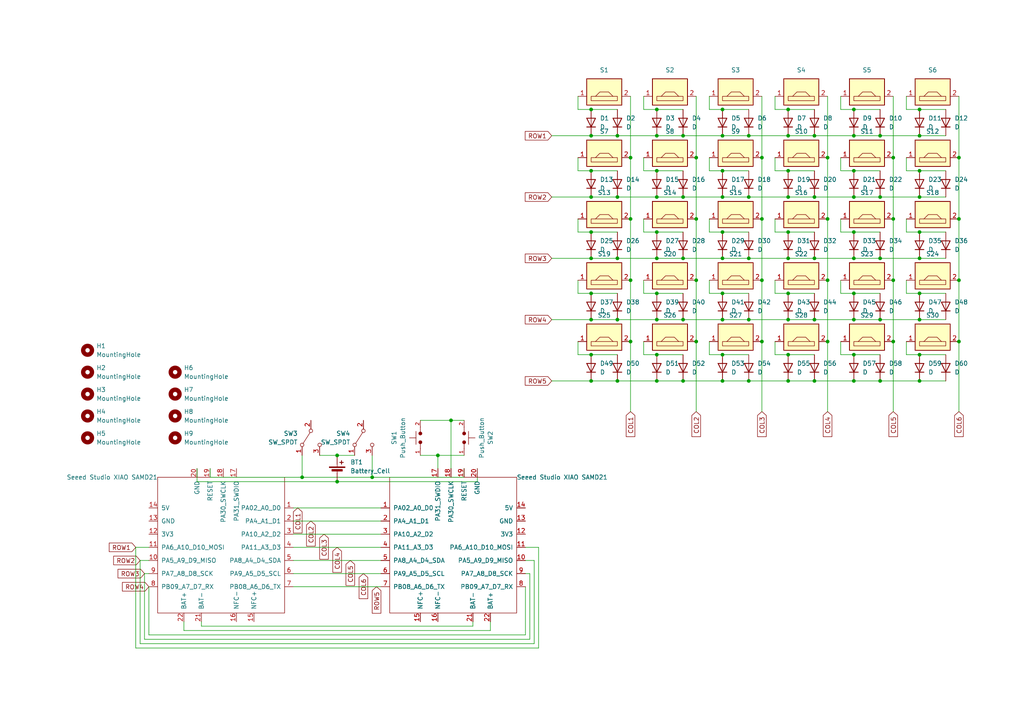
<source format=kicad_sch>
(kicad_sch (version 20230121) (generator eeschema)
  (paper "A4")
  (lib_symbols
    (symbol "Device:Battery_Cell" (pin_numbers hide) (pin_names (offset 0) hide)
      (property "Reference" "BT" (at 2.54 2.54 0))
      (property "Value" "Battery_Cell" (at 2.54 0 0))
      (symbol "Battery_Cell_1_1"
        (pin passive line (at 0 5.08 270) (length 2.54) (name "+") (number "1"))
        (pin passive line (at 0 -2.54 90) (length 2.54) (name "-") (number "2"))
      )
    )
    (symbol "Device:D" (pin_numbers hide) (pin_names (offset 1.016) hide)
      (property "Reference" "D" (at 0 2.54 0))
      (property "Value" "D" (at 0 -2.54 0))
      (symbol "D_1_1"
        (pin passive line (at -3.81 0 0) (length 2.54) (name "K") (number "1"))
        (pin passive line (at 3.81 0 180) (length 2.54) (name "A") (number "2"))
      )
    )
    (symbol "Library:Seeed Studio XIAO SAMD21" (pin_names (offset 1.016))
      (property "Reference" "U" (at -19.05 22.86 0))
      (property "Value" "Seeed Studio XIAO SAMD21" (at -12.7 21.59 0))
      (symbol "Seeed Studio XIAO SAMD21_1_1"
        (pin unspecified line (at -21.59 11.43 0) (length 2.54) (name "PA02_A0_D0") (number "1"))
        (pin unspecified line (at 20.32 -3.81 180) (length 2.54) (name "PA5_A9_D9_MISO") (number "10"))
        (pin unspecified line (at 20.32 0 180) (length 2.54) (name "PA6_A10_D10_MOSI") (number "11"))
        (pin unspecified line (at 20.32 3.81 180) (length 2.54) (name "3V3") (number "12"))
        (pin unspecified line (at 20.32 7.62 180) (length 2.54) (name "GND") (number "13"))
        (pin unspecified line (at 20.32 11.43 180) (length 2.54) (name "5V") (number "14"))
        (pin input line (at -10.16 -21.59 90) (length 2.54) (name "NFC+") (number "15"))
        (pin input line (at -5.08 -21.59 90) (length 2.54) (name "NFC-") (number "16"))
        (pin input line (at -5.08 22.86 270) (length 2.54) (name "PA31_SWDIO") (number "17"))
        (pin input line (at -1.27 22.86 270) (length 2.54) (name "PA30_SWCLK") (number "18"))
        (pin input line (at 2.54 22.86 270) (length 2.54) (name "RESET") (number "19"))
        (pin unspecified line (at -21.59 7.62 0) (length 2.54) (name "PA4_A1_D1") (number "2"))
        (pin input line (at 6.35 22.86 270) (length 2.54) (name "GND") (number "20"))
        (pin input line (at 5.08 -21.59 90) (length 2.54) (name "BAT-") (number "21"))
        (pin input line (at 10.16 -21.59 90) (length 2.54) (name "BAT+") (number "22"))
        (pin unspecified line (at -21.59 3.81 0) (length 2.54) (name "PA10_A2_D2") (number "3"))
        (pin unspecified line (at -21.59 0 0) (length 2.54) (name "PA11_A3_D3") (number "4"))
        (pin unspecified line (at -21.59 -3.81 0) (length 2.54) (name "PA8_A4_D4_SDA") (number "5"))
        (pin unspecified line (at -21.59 -7.62 0) (length 2.54) (name "PA9_A5_D5_SCL") (number "6"))
        (pin unspecified line (at -21.59 -11.43 0) (length 2.54) (name "PB08_A6_D6_TX") (number "7"))
        (pin unspecified line (at 20.32 -11.43 180) (length 2.54) (name "PB09_A7_D7_RX") (number "8"))
        (pin unspecified line (at 20.32 -7.62 180) (length 2.54) (name "PA7_A8_D8_SCK") (number "9"))
      )
    )
    (symbol "Mechanical:MountingHole" (pin_names (offset 1.016))
      (property "Reference" "H" (at 0 5.08 0))
      (property "Value" "MountingHole" (at 0 3.175 0))
    )
    (symbol "PCM_SL_Devices:Push_Button"
      (property "Reference" "SW" (at 0 6.35 0))
      (property "Value" "Push_Button" (at 0 4.445 0))
      (symbol "Push_Button_1_1"
        (pin passive line (at -5.08 0 0) (length 2) (name "") (number "1"))
        (pin passive line (at 5.08 0 180) (length 2) (name "") (number "2"))
      )
    )
    (symbol "Switch:SW_SPDT" (pin_names (offset 0) hide)
      (property "Reference" "SW" (at 0 4.318 0))
      (property "Value" "SW_SPDT" (at 0 -5.08 0))
      (symbol "SW_SPDT_1_1"
        (pin passive line (at 5.08 2.54 180) (length 2.54) (name "A") (number "1"))
        (pin passive line (at -5.08 0 0) (length 2.54) (name "B") (number "2"))
        (pin passive line (at 5.08 -2.54 180) (length 2.54) (name "C") (number "3"))
      )
    )
    (symbol "s-ol:PG1350" (pin_names (offset 0.254))
      (property "Reference" "S" (at -2.54 2.54 0))
      (symbol "PG1350_1_1"
        (pin passive line (at -7.62 0 0) (length 2.54) (name "~") (number "1"))
        (pin passive line (at 7.62 0 180) (length 2.54) (name "~") (number "2"))
      )
    )
  )
  (junction (at 266.7 110.49))
  (junction (at 217.17 39.37))
  (junction (at 171.45 57.15))
  (junction (at 190.5 57.15))
  (junction (at 179.07 92.71))
  (junction (at 266.7 85.09))
  (junction (at 278.13 45.72))
  (junction (at 247.65 67.31))
  (junction (at 255.27 110.49))
  (junction (at 240.03 63.5))
  (junction (at 209.55 85.09))
  (junction (at 255.27 57.15))
  (junction (at 255.27 39.37))
  (junction (at 220.98 45.72))
  (junction (at 201.93 81.28))
  (junction (at 266.7 92.71))
  (junction (at 228.6 85.09))
  (junction (at 182.88 99.06))
  (junction (at 171.45 92.71))
  (junction (at 217.17 92.71))
  (junction (at 182.88 81.28))
  (junction (at 201.93 63.5))
  (junction (at 107.95 138.43))
  (junction (at 179.07 57.15))
  (junction (at 209.55 67.31))
  (junction (at 247.65 92.71))
  (junction (at 130.81 121.92))
  (junction (at 228.6 57.15))
  (junction (at 171.45 49.53))
  (junction (at 266.7 39.37))
  (junction (at 228.6 31.75))
  (junction (at 247.65 39.37))
  (junction (at 198.12 74.93))
  (junction (at 259.08 99.06))
  (junction (at 228.6 74.93))
  (junction (at 190.5 110.49))
  (junction (at 278.13 81.28))
  (junction (at 247.65 31.75))
  (junction (at 240.03 99.06))
  (junction (at 179.07 74.93))
  (junction (at 247.65 57.15))
  (junction (at 171.45 31.75))
  (junction (at 190.5 39.37))
  (junction (at 198.12 57.15))
  (junction (at 217.17 74.93))
  (junction (at 259.08 45.72))
  (junction (at 198.12 92.71))
  (junction (at 171.45 102.87))
  (junction (at 266.7 57.15))
  (junction (at 247.65 85.09))
  (junction (at 236.22 39.37))
  (junction (at 190.5 74.93))
  (junction (at 266.7 74.93))
  (junction (at 171.45 85.09))
  (junction (at 182.88 63.5))
  (junction (at 190.5 85.09))
  (junction (at 97.79 132.08))
  (junction (at 228.6 67.31))
  (junction (at 220.98 63.5))
  (junction (at 228.6 39.37))
  (junction (at 209.55 57.15))
  (junction (at 190.5 102.87))
  (junction (at 259.08 81.28))
  (junction (at 209.55 74.93))
  (junction (at 266.7 49.53))
  (junction (at 255.27 92.71))
  (junction (at 179.07 39.37))
  (junction (at 236.22 74.93))
  (junction (at 228.6 102.87))
  (junction (at 220.98 99.06))
  (junction (at 190.5 67.31))
  (junction (at 209.55 49.53))
  (junction (at 278.13 99.06))
  (junction (at 209.55 92.71))
  (junction (at 171.45 110.49))
  (junction (at 201.93 99.06))
  (junction (at 247.65 102.87))
  (junction (at 217.17 57.15))
  (junction (at 266.7 67.31))
  (junction (at 209.55 31.75))
  (junction (at 171.45 74.93))
  (junction (at 247.65 49.53))
  (junction (at 247.65 110.49))
  (junction (at 259.08 63.5))
  (junction (at 240.03 45.72))
  (junction (at 236.22 57.15))
  (junction (at 236.22 110.49))
  (junction (at 87.63 138.43))
  (junction (at 190.5 31.75))
  (junction (at 278.13 63.5))
  (junction (at 127 132.08))
  (junction (at 236.22 92.71))
  (junction (at 171.45 39.37))
  (junction (at 190.5 49.53))
  (junction (at 228.6 49.53))
  (junction (at 240.03 81.28))
  (junction (at 182.88 45.72))
  (junction (at 171.45 67.31))
  (junction (at 255.27 74.93))
  (junction (at 266.7 102.87))
  (junction (at 198.12 110.49))
  (junction (at 228.6 92.71))
  (junction (at 220.98 81.28))
  (junction (at 179.07 110.49))
  (junction (at 209.55 39.37))
  (junction (at 198.12 39.37))
  (junction (at 201.93 45.72))
  (junction (at 97.79 139.7))
  (junction (at 247.65 74.93))
  (junction (at 228.6 110.49))
  (junction (at 209.55 102.87))
  (junction (at 190.5 92.71))
  (junction (at 266.7 31.75))
  (junction (at 217.17 110.49))
  (junction (at 209.55 110.49))
  (wire (pts (xy 243.84 85.09) (xy 247.65 85.09)))
  (wire (pts (xy 40.64 162.56) (xy 43.18 162.56)))
  (wire (pts (xy 186.69 27.94) (xy 186.69 31.75)))
  (wire (pts (xy 171.45 110.49) (xy 179.07 110.49)))
  (wire (pts (xy 87.63 132.08) (xy 87.63 138.43)))
  (wire (pts (xy 228.6 110.49) (xy 236.22 110.49)))
  (wire (pts (xy 167.64 81.28) (xy 167.64 85.09)))
  (wire (pts (xy 247.65 74.93) (xy 255.27 74.93)))
  (wire (pts (xy 236.22 57.15) (xy 247.65 57.15)))
  (wire (pts (xy 92.71 132.08) (xy 97.79 132.08)))
  (wire (pts (xy 182.88 81.28) (xy 182.88 99.06)))
  (wire (pts (xy 198.12 74.93) (xy 209.55 74.93)))
  (wire (pts (xy 167.64 27.94) (xy 167.64 31.75)))
  (wire (pts (xy 110.49 166.37) (xy 85.09 166.37)))
  (wire (pts (xy 262.89 49.53) (xy 266.7 49.53)))
  (wire (pts (xy 39.37 158.75) (xy 43.18 158.75)))
  (wire (pts (xy 228.6 67.31) (xy 236.22 67.31)))
  (wire (pts (xy 186.69 63.5) (xy 186.69 67.31)))
  (wire (pts (xy 198.12 39.37) (xy 209.55 39.37)))
  (wire (pts (xy 224.79 63.5) (xy 224.79 67.31)))
  (wire (pts (xy 228.6 74.93) (xy 236.22 74.93)))
  (wire (pts (xy 110.49 158.75) (xy 85.09 158.75)))
  (wire (pts (xy 228.6 31.75) (xy 236.22 31.75)))
  (wire (pts (xy 198.12 92.71) (xy 209.55 92.71)))
  (wire (pts (xy 240.03 81.28) (xy 240.03 99.06)))
  (wire (pts (xy 186.69 85.09) (xy 190.5 85.09)))
  (wire (pts (xy 247.65 67.31) (xy 255.27 67.31)))
  (wire (pts (xy 220.98 27.94) (xy 220.98 45.72)))
  (wire (pts (xy 156.21 158.75) (xy 156.21 187.96)))
  (wire (pts (xy 171.45 85.09) (xy 179.07 85.09)))
  (wire (pts (xy 110.49 154.94) (xy 85.09 154.94)))
  (wire (pts (xy 160.02 110.49) (xy 171.45 110.49)))
  (wire (pts (xy 266.7 57.15) (xy 274.32 57.15)))
  (wire (pts (xy 209.55 102.87) (xy 217.17 102.87)))
  (wire (pts (xy 240.03 45.72) (xy 240.03 63.5)))
  (wire (pts (xy 278.13 63.5) (xy 278.13 81.28)))
  (wire (pts (xy 266.7 31.75) (xy 274.32 31.75)))
  (wire (pts (xy 110.49 151.13) (xy 85.09 151.13)))
  (wire (pts (xy 220.98 81.28) (xy 220.98 99.06)))
  (wire (pts (xy 130.81 121.92) (xy 134.62 121.92)))
  (wire (pts (xy 247.65 92.71) (xy 255.27 92.71)))
  (wire (pts (xy 209.55 49.53) (xy 217.17 49.53)))
  (wire (pts (xy 171.45 49.53) (xy 179.07 49.53)))
  (wire (pts (xy 247.65 39.37) (xy 255.27 39.37)))
  (wire (pts (xy 205.74 45.72) (xy 205.74 49.53)))
  (wire (pts (xy 127 132.08) (xy 134.62 132.08)))
  (wire (pts (xy 243.84 63.5) (xy 243.84 67.31)))
  (wire (pts (xy 205.74 27.94) (xy 205.74 31.75)))
  (wire (pts (xy 205.74 102.87) (xy 209.55 102.87)))
  (wire (pts (xy 134.62 138.43) (xy 107.95 138.43)))
  (wire (pts (xy 266.7 110.49) (xy 274.32 110.49)))
  (wire (pts (xy 228.6 57.15) (xy 236.22 57.15)))
  (wire (pts (xy 262.89 27.94) (xy 262.89 31.75)))
  (wire (pts (xy 228.6 92.71) (xy 236.22 92.71)))
  (wire (pts (xy 190.5 39.37) (xy 198.12 39.37)))
  (wire (pts (xy 278.13 45.72) (xy 278.13 63.5)))
  (wire (pts (xy 198.12 57.15) (xy 209.55 57.15)))
  (wire (pts (xy 171.45 102.87) (xy 179.07 102.87)))
  (wire (pts (xy 130.81 121.92) (xy 130.81 135.89)))
  (wire (pts (xy 262.89 81.28) (xy 262.89 85.09)))
  (wire (pts (xy 190.5 31.75) (xy 198.12 31.75)))
  (wire (pts (xy 179.07 92.71) (xy 190.5 92.71)))
  (wire (pts (xy 201.93 119.38) (xy 201.93 99.06)))
  (wire (pts (xy 57.15 139.7) (xy 97.79 139.7)))
  (wire (pts (xy 154.94 162.56) (xy 154.94 186.69)))
  (wire (pts (xy 190.5 57.15) (xy 198.12 57.15)))
  (wire (pts (xy 201.93 81.28) (xy 201.93 99.06)))
  (wire (pts (xy 201.93 27.94) (xy 201.93 45.72)))
  (wire (pts (xy 171.45 39.37) (xy 179.07 39.37)))
  (wire (pts (xy 138.43 135.89) (xy 138.43 139.7)))
  (wire (pts (xy 228.6 49.53) (xy 236.22 49.53)))
  (wire (pts (xy 240.03 27.94) (xy 240.03 45.72)))
  (wire (pts (xy 278.13 27.94) (xy 278.13 45.72)))
  (wire (pts (xy 97.79 132.08) (xy 102.87 132.08)))
  (wire (pts (xy 190.5 49.53) (xy 198.12 49.53)))
  (wire (pts (xy 240.03 119.38) (xy 240.03 99.06)))
  (wire (pts (xy 220.98 45.72) (xy 220.98 63.5)))
  (wire (pts (xy 259.08 81.28) (xy 259.08 99.06)))
  (wire (pts (xy 266.7 85.09) (xy 274.32 85.09)))
  (wire (pts (xy 138.43 139.7) (xy 97.79 139.7)))
  (wire (pts (xy 167.64 31.75) (xy 171.45 31.75)))
  (wire (pts (xy 190.5 110.49) (xy 198.12 110.49)))
  (wire (pts (xy 236.22 39.37) (xy 247.65 39.37)))
  (wire (pts (xy 278.13 81.28) (xy 278.13 99.06)))
  (wire (pts (xy 209.55 110.49) (xy 217.17 110.49)))
  (wire (pts (xy 60.96 138.43) (xy 60.96 135.89)))
  (wire (pts (xy 40.64 186.69) (xy 40.64 162.56)))
  (wire (pts (xy 224.79 99.06) (xy 224.79 102.87)))
  (wire (pts (xy 217.17 110.49) (xy 228.6 110.49)))
  (wire (pts (xy 217.17 57.15) (xy 228.6 57.15)))
  (wire (pts (xy 224.79 27.94) (xy 224.79 31.75)))
  (wire (pts (xy 209.55 57.15) (xy 217.17 57.15)))
  (wire (pts (xy 53.34 182.88) (xy 53.34 180.34)))
  (wire (pts (xy 160.02 74.93) (xy 171.45 74.93)))
  (wire (pts (xy 190.5 67.31) (xy 198.12 67.31)))
  (wire (pts (xy 217.17 92.71) (xy 228.6 92.71)))
  (wire (pts (xy 154.94 186.69) (xy 40.64 186.69)))
  (wire (pts (xy 179.07 110.49) (xy 190.5 110.49)))
  (wire (pts (xy 243.84 81.28) (xy 243.84 85.09)))
  (wire (pts (xy 205.74 99.06) (xy 205.74 102.87)))
  (wire (pts (xy 240.03 63.5) (xy 240.03 81.28)))
  (wire (pts (xy 224.79 102.87) (xy 228.6 102.87)))
  (wire (pts (xy 201.93 63.5) (xy 201.93 81.28)))
  (wire (pts (xy 255.27 57.15) (xy 266.7 57.15)))
  (wire (pts (xy 142.24 180.34) (xy 142.24 182.88)))
  (wire (pts (xy 142.24 182.88) (xy 53.34 182.88)))
  (wire (pts (xy 266.7 49.53) (xy 274.32 49.53)))
  (wire (pts (xy 152.4 184.15) (xy 152.4 170.18)))
  (wire (pts (xy 186.69 102.87) (xy 190.5 102.87)))
  (wire (pts (xy 156.21 187.96) (xy 39.37 187.96)))
  (wire (pts (xy 182.88 27.94) (xy 182.88 45.72)))
  (wire (pts (xy 262.89 63.5) (xy 262.89 67.31)))
  (wire (pts (xy 224.79 81.28) (xy 224.79 85.09)))
  (wire (pts (xy 259.08 63.5) (xy 259.08 81.28)))
  (wire (pts (xy 243.84 27.94) (xy 243.84 31.75)))
  (wire (pts (xy 209.55 74.93) (xy 217.17 74.93)))
  (wire (pts (xy 171.45 31.75) (xy 179.07 31.75)))
  (wire (pts (xy 217.17 74.93) (xy 228.6 74.93)))
  (wire (pts (xy 266.7 74.93) (xy 274.32 74.93)))
  (wire (pts (xy 186.69 45.72) (xy 186.69 49.53)))
  (wire (pts (xy 186.69 81.28) (xy 186.69 85.09)))
  (wire (pts (xy 209.55 67.31) (xy 217.17 67.31)))
  (wire (pts (xy 243.84 49.53) (xy 247.65 49.53)))
  (wire (pts (xy 43.18 170.18) (xy 43.18 184.15)))
  (wire (pts (xy 243.84 67.31) (xy 247.65 67.31)))
  (wire (pts (xy 43.18 184.15) (xy 152.4 184.15)))
  (wire (pts (xy 255.27 39.37) (xy 266.7 39.37)))
  (wire (pts (xy 255.27 110.49) (xy 266.7 110.49)))
  (wire (pts (xy 247.65 57.15) (xy 255.27 57.15)))
  (wire (pts (xy 167.64 85.09) (xy 171.45 85.09)))
  (wire (pts (xy 39.37 187.96) (xy 39.37 158.75)))
  (wire (pts (xy 209.55 39.37) (xy 217.17 39.37)))
  (wire (pts (xy 266.7 39.37) (xy 274.32 39.37)))
  (wire (pts (xy 171.45 67.31) (xy 179.07 67.31)))
  (wire (pts (xy 201.93 45.72) (xy 201.93 63.5)))
  (wire (pts (xy 259.08 119.38) (xy 259.08 99.06)))
  (wire (pts (xy 259.08 27.94) (xy 259.08 45.72)))
  (wire (pts (xy 262.89 67.31) (xy 266.7 67.31)))
  (wire (pts (xy 186.69 49.53) (xy 190.5 49.53)))
  (wire (pts (xy 58.42 181.61) (xy 137.16 181.61)))
  (wire (pts (xy 110.49 170.18) (xy 85.09 170.18)))
  (wire (pts (xy 236.22 74.93) (xy 247.65 74.93)))
  (wire (pts (xy 255.27 92.71) (xy 266.7 92.71)))
  (wire (pts (xy 127 132.08) (xy 127 135.89)))
  (wire (pts (xy 171.45 57.15) (xy 179.07 57.15)))
  (wire (pts (xy 160.02 57.15) (xy 171.45 57.15)))
  (wire (pts (xy 167.64 67.31) (xy 171.45 67.31)))
  (wire (pts (xy 160.02 92.71) (xy 171.45 92.71)))
  (wire (pts (xy 243.84 31.75) (xy 247.65 31.75)))
  (wire (pts (xy 205.74 85.09) (xy 209.55 85.09)))
  (wire (pts (xy 186.69 99.06) (xy 186.69 102.87)))
  (wire (pts (xy 262.89 99.06) (xy 262.89 102.87)))
  (wire (pts (xy 182.88 63.5) (xy 182.88 81.28)))
  (wire (pts (xy 266.7 102.87) (xy 274.32 102.87)))
  (wire (pts (xy 247.65 31.75) (xy 255.27 31.75)))
  (wire (pts (xy 167.64 63.5) (xy 167.64 67.31)))
  (wire (pts (xy 179.07 57.15) (xy 190.5 57.15)))
  (wire (pts (xy 167.64 99.06) (xy 167.64 102.87)))
  (wire (pts (xy 167.64 45.72) (xy 167.64 49.53)))
  (wire (pts (xy 87.63 138.43) (xy 60.96 138.43)))
  (wire (pts (xy 247.65 102.87) (xy 255.27 102.87)))
  (wire (pts (xy 198.12 110.49) (xy 209.55 110.49)))
  (wire (pts (xy 171.45 74.93) (xy 179.07 74.93)))
  (wire (pts (xy 220.98 63.5) (xy 220.98 81.28)))
  (wire (pts (xy 243.84 45.72) (xy 243.84 49.53)))
  (wire (pts (xy 224.79 45.72) (xy 224.79 49.53)))
  (wire (pts (xy 266.7 67.31) (xy 274.32 67.31)))
  (wire (pts (xy 171.45 92.71) (xy 179.07 92.71)))
  (wire (pts (xy 228.6 85.09) (xy 236.22 85.09)))
  (wire (pts (xy 152.4 166.37) (xy 153.67 166.37)))
  (wire (pts (xy 224.79 85.09) (xy 228.6 85.09)))
  (wire (pts (xy 243.84 102.87) (xy 247.65 102.87)))
  (wire (pts (xy 137.16 181.61) (xy 137.16 180.34)))
  (wire (pts (xy 278.13 119.38) (xy 278.13 99.06)))
  (wire (pts (xy 190.5 85.09) (xy 198.12 85.09)))
  (wire (pts (xy 58.42 180.34) (xy 58.42 181.61)))
  (wire (pts (xy 152.4 162.56) (xy 154.94 162.56)))
  (wire (pts (xy 167.64 102.87) (xy 171.45 102.87)))
  (wire (pts (xy 262.89 45.72) (xy 262.89 49.53)))
  (wire (pts (xy 262.89 102.87) (xy 266.7 102.87)))
  (wire (pts (xy 247.65 110.49) (xy 255.27 110.49)))
  (wire (pts (xy 217.17 39.37) (xy 228.6 39.37)))
  (wire (pts (xy 205.74 81.28) (xy 205.74 85.09)))
  (wire (pts (xy 224.79 67.31) (xy 228.6 67.31)))
  (wire (pts (xy 247.65 85.09) (xy 255.27 85.09)))
  (wire (pts (xy 266.7 92.71) (xy 274.32 92.71)))
  (wire (pts (xy 224.79 31.75) (xy 228.6 31.75)))
  (wire (pts (xy 182.88 119.38) (xy 182.88 99.06)))
  (wire (pts (xy 236.22 110.49) (xy 247.65 110.49)))
  (wire (pts (xy 262.89 31.75) (xy 266.7 31.75)))
  (wire (pts (xy 228.6 39.37) (xy 236.22 39.37)))
  (wire (pts (xy 121.92 121.92) (xy 130.81 121.92)))
  (wire (pts (xy 243.84 99.06) (xy 243.84 102.87)))
  (wire (pts (xy 190.5 92.71) (xy 198.12 92.71)))
  (wire (pts (xy 179.07 74.93) (xy 190.5 74.93)))
  (wire (pts (xy 134.62 135.89) (xy 134.62 138.43)))
  (wire (pts (xy 41.91 166.37) (xy 43.18 166.37)))
  (wire (pts (xy 205.74 49.53) (xy 209.55 49.53)))
  (wire (pts (xy 160.02 39.37) (xy 171.45 39.37)))
  (wire (pts (xy 262.89 85.09) (xy 266.7 85.09)))
  (wire (pts (xy 255.27 74.93) (xy 266.7 74.93)))
  (wire (pts (xy 220.98 119.38) (xy 220.98 99.06)))
  (wire (pts (xy 205.74 31.75) (xy 209.55 31.75)))
  (wire (pts (xy 190.5 102.87) (xy 198.12 102.87)))
  (wire (pts (xy 153.67 185.42) (xy 41.91 185.42)))
  (wire (pts (xy 247.65 49.53) (xy 255.27 49.53)))
  (wire (pts (xy 224.79 49.53) (xy 228.6 49.53)))
  (wire (pts (xy 209.55 92.71) (xy 217.17 92.71)))
  (wire (pts (xy 259.08 45.72) (xy 259.08 63.5)))
  (wire (pts (xy 41.91 185.42) (xy 41.91 166.37)))
  (wire (pts (xy 167.64 49.53) (xy 171.45 49.53)))
  (wire (pts (xy 228.6 102.87) (xy 236.22 102.87)))
  (wire (pts (xy 209.55 85.09) (xy 217.17 85.09)))
  (wire (pts (xy 186.69 67.31) (xy 190.5 67.31)))
  (wire (pts (xy 127 132.08) (xy 121.92 132.08)))
  (wire (pts (xy 236.22 92.71) (xy 247.65 92.71)))
  (wire (pts (xy 152.4 158.75) (xy 156.21 158.75)))
  (wire (pts (xy 107.95 138.43) (xy 87.63 138.43)))
  (wire (pts (xy 205.74 63.5) (xy 205.74 67.31)))
  (wire (pts (xy 186.69 31.75) (xy 190.5 31.75)))
  (wire (pts (xy 205.74 67.31) (xy 209.55 67.31)))
  (wire (pts (xy 182.88 45.72) (xy 182.88 63.5)))
  (wire (pts (xy 107.95 132.08) (xy 107.95 138.43)))
  (wire (pts (xy 153.67 166.37) (xy 153.67 185.42)))
  (wire (pts (xy 57.15 135.89) (xy 57.15 139.7)))
  (wire (pts (xy 110.49 147.32) (xy 85.09 147.32)))
  (wire (pts (xy 209.55 31.75) (xy 217.17 31.75)))
  (wire (pts (xy 190.5 74.93) (xy 198.12 74.93)))
  (wire (pts (xy 110.49 162.56) (xy 85.09 162.56)))
  (wire (pts (xy 179.07 39.37) (xy 190.5 39.37)))
  (global_label "ROW4" (shape input) (at 160.02 92.71 180) (property "Intersheetrefs" "${INTERSHEET_REFS}" (effects hide)))
  (global_label "ROW5" (shape input) (at 109.22 170.18 270) (property "Intersheetrefs" "${INTERSHEET_REFS}" (effects hide)))
  (global_label "COL3" (shape input) (at 93.98 154.94 270) (property "Intersheetrefs" "${INTERSHEET_REFS}" (effects hide)))
  (global_label "COL3" (shape input) (at 220.98 119.38 270) (property "Intersheetrefs" "${INTERSHEET_REFS}" (effects hide)))
  (global_label "COL5" (shape input) (at 259.08 119.38 270) (property "Intersheetrefs" "${INTERSHEET_REFS}" (effects hide)))
  (global_label "ROW5" (shape input) (at 160.02 110.49 180) (property "Intersheetrefs" "${INTERSHEET_REFS}" (effects hide)))
  (global_label "COL6" (shape input) (at 105.41 166.37 270) (property "Intersheetrefs" "${INTERSHEET_REFS}" (effects hide)))
  (global_label "ROW2" (shape input) (at 160.02 57.15 180) (property "Intersheetrefs" "${INTERSHEET_REFS}" (effects hide)))
  (global_label "COL6" (shape input) (at 278.13 119.38 270) (property "Intersheetrefs" "${INTERSHEET_REFS}" (effects hide)))
  (global_label "ROW3" (shape input) (at 41.91 166.37 180) (property "Intersheetrefs" "${INTERSHEET_REFS}" (effects hide)))
  (global_label "COL4" (shape input) (at 97.79 158.75 270) (property "Intersheetrefs" "${INTERSHEET_REFS}" (effects hide)))
  (global_label "COL5" (shape input) (at 101.6 162.56 270) (property "Intersheetrefs" "${INTERSHEET_REFS}" (effects hide)))
  (global_label "ROW3" (shape input) (at 160.02 74.93 180) (property "Intersheetrefs" "${INTERSHEET_REFS}" (effects hide)))
  (global_label "ROW1" (shape input) (at 160.02 39.37 180) (property "Intersheetrefs" "${INTERSHEET_REFS}" (effects hide)))
  (global_label "ROW4" (shape input) (at 43.18 170.18 180) (property "Intersheetrefs" "${INTERSHEET_REFS}" (effects hide)))
  (global_label "ROW1" (shape input) (at 39.37 158.75 180) (property "Intersheetrefs" "${INTERSHEET_REFS}" (effects hide)))
  (global_label "COL2" (shape input) (at 201.93 119.38 270) (property "Intersheetrefs" "${INTERSHEET_REFS}" (effects hide)))
  (global_label "COL2" (shape input) (at 90.17 151.13 270) (property "Intersheetrefs" "${INTERSHEET_REFS}" (effects hide)))
  (global_label "COL4" (shape input) (at 240.03 119.38 270) (property "Intersheetrefs" "${INTERSHEET_REFS}" (effects hide)))
  (global_label "COL1" (shape input) (at 182.88 119.38 270) (property "Intersheetrefs" "${INTERSHEET_REFS}" (effects hide)))
  (global_label "COL1" (shape input) (at 86.36 147.32 270) (property "Intersheetrefs" "${INTERSHEET_REFS}" (effects hide)))
  (global_label "ROW2" (shape input) (at 40.64 162.56 180) (property "Intersheetrefs" "${INTERSHEET_REFS}" (effects hide)))
  (symbol (lib_id "Device:D") (at 198.12 53.34 90) (unit 1)
    (property "Reference" "D16" (at 200.66 52.07 90) (effects (justify right)))
    (property "Value" "D" (at 200.66 54.61 90) (effects (justify right)))
    (property "Footprint" "Diode_SMD:D_SOD-123" (effects hide))
    (property "Sim.Device" "D" (effects hide))
    (property "Sim.Pins" "1=K 2=A" (effects hide))
  )
  (symbol (lib_id "Device:D") (at 274.32 88.9 90) (unit 1)
    (property "Reference" "D48" (at 276.86 87.63 90) (effects (justify right)))
    (property "Value" "D" (at 276.86 90.17 90) (effects (justify right)))
    (property "Footprint" "Diode_SMD:D_SOD-123" (effects hide))
    (property "Sim.Device" "D" (effects hide))
    (property "Sim.Pins" "1=K 2=A" (effects hide))
  )
  (symbol (lib_id "Device:D") (at 247.65 106.68 90) (unit 1)
    (property "Reference" "D57" (at 250.19 105.41 90) (effects (justify right)))
    (property "Value" "D" (at 250.19 107.95 90) (effects (justify right)))
    (property "Footprint" "Diode_SMD:D_SOD-123" (effects hide))
    (property "Sim.Device" "D" (effects hide))
    (property "Sim.Pins" "1=K 2=A" (effects hide))
  )
  (symbol (lib_id "s-ol:PG1350") (at 175.26 27.94 0) (unit 1)
    (property "Reference" "S1" (at 175.26 20.32 0))
    (property "Value" "PG1350" (effects hide))
    (property "Footprint" "s-ol:PG1350_hotswap_reversible" (effects hide))
  )
  (symbol (lib_id "Mechanical:MountingHole") (at 50.8 127 0) (unit 1)
    (property "Reference" "H9" (at 53.34 125.73 0) (effects (justify left)))
    (property "Value" "MountingHole" (at 53.34 128.27 0) (effects (justify left)))
    (property "Footprint" "s-ol:Mounting_Penn_SMTSO-M2-2_reversible" (effects hide))
  )
  (symbol (lib_id "s-ol:PG1350") (at 175.26 81.28 0) (unit 1)
    (property "Reference" "S19" (at 175.26 73.66 0))
    (property "Value" "PG1350" (effects hide))
    (property "Footprint" "s-ol:PG1350_hotswap_reversible" (effects hide))
  )
  (symbol (lib_id "s-ol:PG1350") (at 194.31 99.06 0) (unit 1)
    (property "Reference" "S26" (at 194.31 91.44 0))
    (property "Value" "PG1350" (effects hide))
    (property "Footprint" "s-ol:PG1350_hotswap_reversible" (effects hide))
  )
  (symbol (lib_id "Device:D") (at 217.17 88.9 90) (unit 1)
    (property "Reference" "D42" (at 219.71 87.63 90) (effects (justify right)))
    (property "Value" "D" (at 219.71 90.17 90) (effects (justify right)))
    (property "Footprint" "Diode_SMD:D_SOD-123" (effects hide))
    (property "Sim.Device" "D" (effects hide))
    (property "Sim.Pins" "1=K 2=A" (effects hide))
  )
  (symbol (lib_id "Device:D") (at 190.5 88.9 90) (unit 1)
    (property "Reference" "D39" (at 193.04 87.63 90) (effects (justify right)))
    (property "Value" "D" (at 193.04 90.17 90) (effects (justify right)))
    (property "Footprint" "Diode_SMD:D_SOD-123" (effects hide))
    (property "Sim.Device" "D" (effects hide))
    (property "Sim.Pins" "1=K 2=A" (effects hide))
  )
  (symbol (lib_id "s-ol:PG1350") (at 270.51 99.06 0) (unit 1)
    (property "Reference" "S30" (at 270.51 91.44 0))
    (property "Value" "PG1350" (effects hide))
    (property "Footprint" "s-ol:PG1350_hotswap_reversible" (effects hide))
  )
  (symbol (lib_id "s-ol:PG1350") (at 270.51 45.72 0) (unit 1)
    (property "Reference" "S12" (at 270.51 38.1 0))
    (property "Value" "PG1350" (effects hide))
    (property "Footprint" "s-ol:PG1350_hotswap_reversible" (effects hide))
  )
  (symbol (lib_id "Mechanical:MountingHole") (at 25.4 107.95 0) (unit 1)
    (property "Reference" "H2" (at 27.94 106.68 0) (effects (justify left)))
    (property "Value" "MountingHole" (at 27.94 109.22 0) (effects (justify left)))
    (property "Footprint" "s-ol:Mounting_Penn_SMTSO-M2-2_reversible" (effects hide))
  )
  (symbol (lib_id "Device:D") (at 228.6 71.12 90) (unit 1)
    (property "Reference" "D31" (at 231.14 69.85 90) (effects (justify right)))
    (property "Value" "D" (at 231.14 72.39 90) (effects (justify right)))
    (property "Footprint" "Diode_SMD:D_SOD-123" (effects hide))
    (property "Sim.Device" "D" (effects hide))
    (property "Sim.Pins" "1=K 2=A" (effects hide))
  )
  (symbol (lib_id "Device:Battery_Cell") (at 97.79 137.16 0) (unit 1)
    (property "Reference" "BT1" (at 101.6 134.0485 0) (effects (justify left)))
    (property "Value" "Battery_Cell" (at 101.6 136.5885 0) (effects (justify left)))
    (property "Footprint" "Connector_JST:JST_PH_S2B-PH-K_1x02_P2.00mm_Horizontal" (effects hide))
  )
  (symbol (lib_id "s-ol:PG1350") (at 213.36 81.28 0) (unit 1)
    (property "Reference" "S21" (at 213.36 73.66 0))
    (property "Value" "PG1350" (effects hide))
    (property "Footprint" "s-ol:PG1350_hotswap_reversible" (effects hide))
  )
  (symbol (lib_id "s-ol:PG1350") (at 270.51 81.28 0) (unit 1)
    (property "Reference" "S24" (at 270.51 73.66 0))
    (property "Value" "PG1350" (effects hide))
    (property "Footprint" "s-ol:PG1350_hotswap_reversible" (effects hide))
  )
  (symbol (lib_id "s-ol:PG1350") (at 175.26 63.5 0) (unit 1)
    (property "Reference" "S13" (at 175.26 55.88 0))
    (property "Value" "PG1350" (effects hide))
    (property "Footprint" "s-ol:PG1350_hotswap_reversible" (effects hide))
  )
  (symbol (lib_id "Device:D") (at 228.6 106.68 90) (unit 1)
    (property "Reference" "D55" (at 231.14 105.41 90) (effects (justify right)))
    (property "Value" "D" (at 231.14 107.95 90) (effects (justify right)))
    (property "Footprint" "Diode_SMD:D_SOD-123" (effects hide))
    (property "Sim.Device" "D" (effects hide))
    (property "Sim.Pins" "1=K 2=A" (effects hide))
  )
  (symbol (lib_id "s-ol:PG1350") (at 251.46 27.94 0) (unit 1)
    (property "Reference" "S5" (at 251.46 20.32 0))
    (property "Value" "PG1350" (effects hide))
    (property "Footprint" "s-ol:PG1350_hotswap_reversible" (effects hide))
  )
  (symbol (lib_id "Device:D") (at 209.55 88.9 90) (unit 1)
    (property "Reference" "D41" (at 212.09 87.63 90) (effects (justify right)))
    (property "Value" "D" (at 212.09 90.17 90) (effects (justify right)))
    (property "Footprint" "Diode_SMD:D_SOD-123" (effects hide))
    (property "Sim.Device" "D" (effects hide))
    (property "Sim.Pins" "1=K 2=A" (effects hide))
  )
  (symbol (lib_id "Mechanical:MountingHole") (at 25.4 114.3 0) (unit 1)
    (property "Reference" "H3" (at 27.94 113.03 0) (effects (justify left)))
    (property "Value" "MountingHole" (at 27.94 115.57 0) (effects (justify left)))
    (property "Footprint" "s-ol:Mounting_Penn_SMTSO-M2-2_reversible" (effects hide))
  )
  (symbol (lib_id "s-ol:PG1350") (at 213.36 27.94 0) (unit 1)
    (property "Reference" "S3" (at 213.36 20.32 0))
    (property "Value" "PG1350" (effects hide))
    (property "Footprint" "s-ol:PG1350_hotswap_reversible" (effects hide))
  )
  (symbol (lib_id "Device:D") (at 255.27 88.9 90) (unit 1)
    (property "Reference" "D46" (at 257.81 87.63 90) (effects (justify right)))
    (property "Value" "D" (at 257.81 90.17 90) (effects (justify right)))
    (property "Footprint" "Diode_SMD:D_SOD-123" (effects hide))
    (property "Sim.Device" "D" (effects hide))
    (property "Sim.Pins" "1=K 2=A" (effects hide))
  )
  (symbol (lib_id "s-ol:PG1350") (at 175.26 99.06 0) (unit 1)
    (property "Reference" "S25" (at 175.26 91.44 0))
    (property "Value" "PG1350" (effects hide))
    (property "Footprint" "s-ol:PG1350_hotswap_reversible" (effects hide))
  )
  (symbol (lib_id "Device:D") (at 247.65 71.12 90) (unit 1)
    (property "Reference" "D33" (at 250.19 69.85 90) (effects (justify right)))
    (property "Value" "D" (at 250.19 72.39 90) (effects (justify right)))
    (property "Footprint" "Diode_SMD:D_SOD-123" (effects hide))
    (property "Sim.Device" "D" (effects hide))
    (property "Sim.Pins" "1=K 2=A" (effects hide))
  )
  (symbol (lib_id "Device:D") (at 247.65 88.9 90) (unit 1)
    (property "Reference" "D45" (at 250.19 87.63 90) (effects (justify right)))
    (property "Value" "D" (at 250.19 90.17 90) (effects (justify right)))
    (property "Footprint" "Diode_SMD:D_SOD-123" (effects hide))
    (property "Sim.Device" "D" (effects hide))
    (property "Sim.Pins" "1=K 2=A" (effects hide))
  )
  (symbol (lib_id "Device:D") (at 179.07 35.56 90) (unit 1)
    (property "Reference" "D2" (at 181.61 34.29 90) (effects (justify right)))
    (property "Value" "D" (at 181.61 36.83 90) (effects (justify right)))
    (property "Footprint" "Diode_SMD:D_SOD-123" (effects hide))
    (property "Sim.Device" "D" (effects hide))
    (property "Sim.Pins" "1=K 2=A" (effects hide))
  )
  (symbol (lib_id "s-ol:PG1350") (at 251.46 45.72 0) (unit 1)
    (property "Reference" "S11" (at 251.46 38.1 0))
    (property "Value" "PG1350" (effects hide))
    (property "Footprint" "s-ol:PG1350_hotswap_reversible" (effects hide))
  )
  (symbol (lib_id "Device:D") (at 266.7 53.34 90) (unit 1)
    (property "Reference" "D23" (at 269.24 52.07 90) (effects (justify right)))
    (property "Value" "D" (at 269.24 54.61 90) (effects (justify right)))
    (property "Footprint" "Diode_SMD:D_SOD-123" (effects hide))
    (property "Sim.Device" "D" (effects hide))
    (property "Sim.Pins" "1=K 2=A" (effects hide))
  )
  (symbol (lib_id "s-ol:PG1350") (at 194.31 45.72 0) (unit 1)
    (property "Reference" "S8" (at 194.31 38.1 0))
    (property "Value" "PG1350" (effects hide))
    (property "Footprint" "s-ol:PG1350_hotswap_reversible" (effects hide))
  )
  (symbol (lib_id "Device:D") (at 266.7 35.56 90) (unit 1)
    (property "Reference" "D11" (at 269.24 34.29 90) (effects (justify right)))
    (property "Value" "D" (at 269.24 36.83 90) (effects (justify right)))
    (property "Footprint" "Diode_SMD:D_SOD-123" (effects hide))
    (property "Sim.Device" "D" (effects hide))
    (property "Sim.Pins" "1=K 2=A" (effects hide))
  )
  (symbol (lib_id "PCM_SL_Devices:Push_Button") (at 121.92 127 90) (unit 1)
    (property "Reference" "SW1" (at 114.3 127 0))
    (property "Value" "Push_Button" (at 116.84 127 0))
    (property "Footprint" "Button_Switch_SMD:Panasonic_EVQPUL_EVQPUC" (effects hide))
  )
  (symbol (lib_id "Device:D") (at 247.65 35.56 90) (unit 1)
    (property "Reference" "D9" (at 250.19 34.29 90) (effects (justify right)))
    (property "Value" "D" (at 250.19 36.83 90) (effects (justify right)))
    (property "Footprint" "Diode_SMD:D_SOD-123" (effects hide))
    (property "Sim.Device" "D" (effects hide))
    (property "Sim.Pins" "1=K 2=A" (effects hide))
  )
  (symbol (lib_id "s-ol:PG1350") (at 232.41 27.94 0) (unit 1)
    (property "Reference" "S4" (at 232.41 20.32 0))
    (property "Value" "PG1350" (effects hide))
    (property "Footprint" "s-ol:PG1350_hotswap_reversible" (effects hide))
  )
  (symbol (lib_id "Switch:SW_SPDT") (at 105.41 127 90) (mirror x) (unit 1)
    (property "Reference" "SW4" (at 101.6 125.73 90) (effects (justify left)))
    (property "Value" "SW_SPDT" (at 101.6 128.27 90) (effects (justify left)))
    (property "Footprint" "Button_Switch_SMD:SW_SPDT_PCM12" (effects hide))
  )
  (symbol (lib_id "s-ol:PG1350") (at 251.46 63.5 0) (unit 1)
    (property "Reference" "S17" (at 251.46 55.88 0))
    (property "Value" "PG1350" (effects hide))
    (property "Footprint" "s-ol:PG1350_hotswap_reversible" (effects hide))
  )
  (symbol (lib_id "Device:D") (at 190.5 35.56 90) (unit 1)
    (property "Reference" "D3" (at 193.04 34.29 90) (effects (justify right)))
    (property "Value" "D" (at 193.04 36.83 90) (effects (justify right)))
    (property "Footprint" "Diode_SMD:D_SOD-123" (effects hide))
    (property "Sim.Device" "D" (effects hide))
    (property "Sim.Pins" "1=K 2=A" (effects hide))
  )
  (symbol (lib_id "Library:Seeed Studio XIAO SAMD21") (at 63.5 158.75 0) (mirror y) (unit 1)
    (property "Reference" "U2" (effects hide))
    (property "Value" "Seeed Studio XIAO SAMD21" (at 45.72 138.43 0) (effects (justify left)))
    (property "Footprint" "mcu:xiao-ble-smd-cutout" (effects hide))
  )
  (symbol (lib_id "s-ol:PG1350") (at 232.41 99.06 0) (unit 1)
    (property "Reference" "S28" (at 232.41 91.44 0))
    (property "Value" "PG1350" (effects hide))
    (property "Footprint" "s-ol:PG1350_hotswap_reversible" (effects hide))
  )
  (symbol (lib_id "Device:D") (at 228.6 53.34 90) (unit 1)
    (property "Reference" "D19" (at 231.14 52.07 90) (effects (justify right)))
    (property "Value" "D" (at 231.14 54.61 90) (effects (justify right)))
    (property "Footprint" "Diode_SMD:D_SOD-123" (effects hide))
    (property "Sim.Device" "D" (effects hide))
    (property "Sim.Pins" "1=K 2=A" (effects hide))
  )
  (symbol (lib_id "s-ol:PG1350") (at 270.51 63.5 0) (unit 1)
    (property "Reference" "S18" (at 270.51 55.88 0))
    (property "Value" "PG1350" (effects hide))
    (property "Footprint" "s-ol:PG1350_hotswap_reversible" (effects hide))
  )
  (symbol (lib_id "Device:D") (at 198.12 88.9 90) (unit 1)
    (property "Reference" "D40" (at 200.66 87.63 90) (effects (justify right)))
    (property "Value" "D" (at 200.66 90.17 90) (effects (justify right)))
    (property "Footprint" "Diode_SMD:D_SOD-123" (effects hide))
    (property "Sim.Device" "D" (effects hide))
    (property "Sim.Pins" "1=K 2=A" (effects hide))
  )
  (symbol (lib_id "Device:D") (at 228.6 35.56 90) (unit 1)
    (property "Reference" "D7" (at 231.14 34.29 90) (effects (justify right)))
    (property "Value" "D" (at 231.14 36.83 90) (effects (justify right)))
    (property "Footprint" "Diode_SMD:D_SOD-123" (effects hide))
    (property "Sim.Device" "D" (effects hide))
    (property "Sim.Pins" "1=K 2=A" (effects hide))
  )
  (symbol (lib_id "Device:D") (at 198.12 35.56 90) (unit 1)
    (property "Reference" "D4" (at 200.66 34.29 90) (effects (justify right)))
    (property "Value" "D" (at 200.66 36.83 90) (effects (justify right)))
    (property "Footprint" "Diode_SMD:D_SOD-123" (effects hide))
    (property "Sim.Device" "D" (effects hide))
    (property "Sim.Pins" "1=K 2=A" (effects hide))
  )
  (symbol (lib_id "Device:D") (at 171.45 53.34 90) (unit 1)
    (property "Reference" "D13" (at 173.99 52.07 90) (effects (justify right)))
    (property "Value" "D" (at 173.99 54.61 90) (effects (justify right)))
    (property "Footprint" "Diode_SMD:D_SOD-123" (effects hide))
    (property "Sim.Device" "D" (effects hide))
    (property "Sim.Pins" "1=K 2=A" (effects hide))
  )
  (symbol (lib_id "s-ol:PG1350") (at 175.26 45.72 0) (unit 1)
    (property "Reference" "S7" (at 175.26 38.1 0))
    (property "Value" "PG1350" (effects hide))
    (property "Footprint" "s-ol:PG1350_hotswap_reversible" (effects hide))
  )
  (symbol (lib_id "Device:D") (at 236.22 53.34 90) (unit 1)
    (property "Reference" "D20" (at 238.76 52.07 90) (effects (justify right)))
    (property "Value" "D" (at 238.76 54.61 90) (effects (justify right)))
    (property "Footprint" "Diode_SMD:D_SOD-123" (effects hide))
    (property "Sim.Device" "D" (effects hide))
    (property "Sim.Pins" "1=K 2=A" (effects hide))
  )
  (symbol (lib_id "s-ol:PG1350") (at 213.36 99.06 0) (unit 1)
    (property "Reference" "S27" (at 213.36 91.44 0))
    (property "Value" "PG1350" (effects hide))
    (property "Footprint" "s-ol:PG1350_hotswap_reversible" (effects hide))
  )
  (symbol (lib_id "s-ol:PG1350") (at 194.31 81.28 0) (unit 1)
    (property "Reference" "S20" (at 194.31 73.66 0))
    (property "Value" "PG1350" (effects hide))
    (property "Footprint" "s-ol:PG1350_hotswap_reversible" (effects hide))
  )
  (symbol (lib_id "Device:D") (at 179.07 71.12 90) (unit 1)
    (property "Reference" "D26" (at 181.61 69.85 90) (effects (justify right)))
    (property "Value" "D" (at 181.61 72.39 90) (effects (justify right)))
    (property "Footprint" "Diode_SMD:D_SOD-123" (effects hide))
    (property "Sim.Device" "D" (effects hide))
    (property "Sim.Pins" "1=K 2=A" (effects hide))
  )
  (symbol (lib_id "s-ol:PG1350") (at 251.46 99.06 0) (unit 1)
    (property "Reference" "S29" (at 251.46 91.44 0))
    (property "Value" "PG1350" (effects hide))
    (property "Footprint" "s-ol:PG1350_hotswap_reversible" (effects hide))
  )
  (symbol (lib_id "Device:D") (at 236.22 71.12 90) (unit 1)
    (property "Reference" "D32" (at 238.76 69.85 90) (effects (justify right)))
    (property "Value" "D" (at 238.76 72.39 90) (effects (justify right)))
    (property "Footprint" "Diode_SMD:D_SOD-123" (effects hide))
    (property "Sim.Device" "D" (effects hide))
    (property "Sim.Pins" "1=K 2=A" (effects hide))
  )
  (symbol (lib_id "Device:D") (at 198.12 71.12 90) (unit 1)
    (property "Reference" "D28" (at 200.66 69.85 90) (effects (justify right)))
    (property "Value" "D" (at 200.66 72.39 90) (effects (justify right)))
    (property "Footprint" "Diode_SMD:D_SOD-123" (effects hide))
    (property "Sim.Device" "D" (effects hide))
    (property "Sim.Pins" "1=K 2=A" (effects hide))
  )
  (symbol (lib_id "Device:D") (at 255.27 35.56 90) (unit 1)
    (property "Reference" "D10" (at 257.81 34.29 90) (effects (justify right)))
    (property "Value" "D" (at 257.81 36.83 90) (effects (justify right)))
    (property "Footprint" "Diode_SMD:D_SOD-123" (effects hide))
    (property "Sim.Device" "D" (effects hide))
    (property "Sim.Pins" "1=K 2=A" (effects hide))
  )
  (symbol (lib_id "Mechanical:MountingHole") (at 50.8 120.65 0) (unit 1)
    (property "Reference" "H8" (at 53.34 119.38 0) (effects (justify left)))
    (property "Value" "MountingHole" (at 53.34 121.92 0) (effects (justify left)))
    (property "Footprint" "s-ol:Mounting_Penn_SMTSO-M2-2_reversible" (effects hide))
  )
  (symbol (lib_id "Device:D") (at 228.6 88.9 90) (unit 1)
    (property "Reference" "D43" (at 231.14 87.63 90) (effects (justify right)))
    (property "Value" "D" (at 231.14 90.17 90) (effects (justify right)))
    (property "Footprint" "Diode_SMD:D_SOD-123" (effects hide))
    (property "Sim.Device" "D" (effects hide))
    (property "Sim.Pins" "1=K 2=A" (effects hide))
  )
  (symbol (lib_id "Device:D") (at 171.45 88.9 90) (unit 1)
    (property "Reference" "D37" (at 173.99 87.63 90) (effects (justify right)))
    (property "Value" "D" (at 173.99 90.17 90) (effects (justify right)))
    (property "Footprint" "Diode_SMD:D_SOD-123" (effects hide))
    (property "Sim.Device" "D" (effects hide))
    (property "Sim.Pins" "1=K 2=A" (effects hide))
  )
  (symbol (lib_id "Device:D") (at 274.32 35.56 90) (unit 1)
    (property "Reference" "D12" (at 276.86 34.29 90) (effects (justify right)))
    (property "Value" "D" (at 276.86 36.83 90) (effects (justify right)))
    (property "Footprint" "Diode_SMD:D_SOD-123" (effects hide))
    (property "Sim.Device" "D" (effects hide))
    (property "Sim.Pins" "1=K 2=A" (effects hide))
  )
  (symbol (lib_id "Device:D") (at 198.12 106.68 90) (unit 1)
    (property "Reference" "D52" (at 200.66 105.41 90) (effects (justify right)))
    (property "Value" "D" (at 200.66 107.95 90) (effects (justify right)))
    (property "Footprint" "Diode_SMD:D_SOD-123" (effects hide))
    (property "Sim.Device" "D" (effects hide))
    (property "Sim.Pins" "1=K 2=A" (effects hide))
  )
  (symbol (lib_id "Device:D") (at 209.55 106.68 90) (unit 1)
    (property "Reference" "D53" (at 212.09 105.41 90) (effects (justify right)))
    (property "Value" "D" (at 212.09 107.95 90) (effects (justify right)))
    (property "Footprint" "Diode_SMD:D_SOD-123" (effects hide))
    (property "Sim.Device" "D" (effects hide))
    (property "Sim.Pins" "1=K 2=A" (effects hide))
  )
  (symbol (lib_id "Device:D") (at 266.7 71.12 90) (unit 1)
    (property "Reference" "D35" (at 269.24 69.85 90) (effects (justify right)))
    (property "Value" "D" (at 269.24 72.39 90) (effects (justify right)))
    (property "Footprint" "Diode_SMD:D_SOD-123" (effects hide))
    (property "Sim.Device" "D" (effects hide))
    (property "Sim.Pins" "1=K 2=A" (effects hide))
  )
  (symbol (lib_id "Device:D") (at 255.27 53.34 90) (unit 1)
    (property "Reference" "D22" (at 257.81 52.07 90) (effects (justify right)))
    (property "Value" "D" (at 257.81 54.61 90) (effects (justify right)))
    (property "Footprint" "Diode_SMD:D_SOD-123" (effects hide))
    (property "Sim.Device" "D" (effects hide))
    (property "Sim.Pins" "1=K 2=A" (effects hide))
  )
  (symbol (lib_id "s-ol:PG1350") (at 251.46 81.28 0) (unit 1)
    (property "Reference" "S23" (at 251.46 73.66 0))
    (property "Value" "PG1350" (effects hide))
    (property "Footprint" "s-ol:PG1350_hotswap_reversible" (effects hide))
  )
  (symbol (lib_id "Device:D") (at 255.27 71.12 90) (unit 1)
    (property "Reference" "D34" (at 257.81 69.85 90) (effects (justify right)))
    (property "Value" "D" (at 257.81 72.39 90) (effects (justify right)))
    (property "Footprint" "Diode_SMD:D_SOD-123" (effects hide))
    (property "Sim.Device" "D" (effects hide))
    (property "Sim.Pins" "1=K 2=A" (effects hide))
  )
  (symbol (lib_id "s-ol:PG1350") (at 213.36 63.5 0) (unit 1)
    (property "Reference" "S15" (at 213.36 55.88 0))
    (property "Value" "PG1350" (effects hide))
    (property "Footprint" "s-ol:PG1350_hotswap_reversible" (effects hide))
  )
  (symbol (lib_id "s-ol:PG1350") (at 270.51 27.94 0) (unit 1)
    (property "Reference" "S6" (at 270.51 20.32 0))
    (property "Value" "PG1350" (effects hide))
    (property "Footprint" "s-ol:PG1350_hotswap_reversible" (effects hide))
  )
  (symbol (lib_id "Device:D") (at 190.5 71.12 90) (unit 1)
    (property "Reference" "D27" (at 193.04 69.85 90) (effects (justify right)))
    (property "Value" "D" (at 193.04 72.39 90) (effects (justify right)))
    (property "Footprint" "Diode_SMD:D_SOD-123" (effects hide))
    (property "Sim.Device" "D" (effects hide))
    (property "Sim.Pins" "1=K 2=A" (effects hide))
  )
  (symbol (lib_id "Device:D") (at 217.17 106.68 90) (unit 1)
    (property "Reference" "D54" (at 219.71 105.41 90) (effects (justify right)))
    (property "Value" "D" (at 219.71 107.95 90) (effects (justify right)))
    (property "Footprint" "Diode_SMD:D_SOD-123" (effects hide))
    (property "Sim.Device" "D" (effects hide))
    (property "Sim.Pins" "1=K 2=A" (effects hide))
  )
  (symbol (lib_id "s-ol:PG1350") (at 194.31 63.5 0) (unit 1)
    (property "Reference" "S14" (at 194.31 55.88 0))
    (property "Value" "PG1350" (effects hide))
    (property "Footprint" "s-ol:PG1350_hotswap_reversible" (effects hide))
  )
  (symbol (lib_id "s-ol:PG1350") (at 194.31 27.94 0) (unit 1)
    (property "Reference" "S2" (at 194.31 20.32 0))
    (property "Value" "PG1350" (effects hide))
    (property "Footprint" "s-ol:PG1350_hotswap_reversible" (effects hide))
  )
  (symbol (lib_id "Device:D") (at 179.07 106.68 90) (unit 1)
    (property "Reference" "D50" (at 181.61 105.41 90) (effects (justify right)))
    (property "Value" "D" (at 181.61 107.95 90) (effects (justify right)))
    (property "Footprint" "Diode_SMD:D_SOD-123" (effects hide))
    (property "Sim.Device" "D" (effects hide))
    (property "Sim.Pins" "1=K 2=A" (effects hide))
  )
  (symbol (lib_id "s-ol:PG1350") (at 213.36 45.72 0) (unit 1)
    (property "Reference" "S9" (at 213.36 38.1 0))
    (property "Value" "PG1350" (effects hide))
    (property "Footprint" "s-ol:PG1350_hotswap_reversible" (effects hide))
  )
  (symbol (lib_id "Device:D") (at 236.22 35.56 90) (unit 1)
    (property "Reference" "D8" (at 238.76 34.29 90) (effects (justify right)))
    (property "Value" "D" (at 238.76 36.83 90) (effects (justify right)))
    (property "Footprint" "Diode_SMD:D_SOD-123" (effects hide))
    (property "Sim.Device" "D" (effects hide))
    (property "Sim.Pins" "1=K 2=A" (effects hide))
  )
  (symbol (lib_id "Device:D") (at 209.55 71.12 90) (unit 1)
    (property "Reference" "D29" (at 212.09 69.85 90) (effects (justify right)))
    (property "Value" "D" (at 212.09 72.39 90) (effects (justify right)))
    (property "Footprint" "Diode_SMD:D_SOD-123" (effects hide))
    (property "Sim.Device" "D" (effects hide))
    (property "Sim.Pins" "1=K 2=A" (effects hide))
  )
  (symbol (lib_id "PCM_SL_Devices:Push_Button") (at 134.62 127 270) (mirror x) (unit 1)
    (property "Reference" "SW2" (at 142.24 127 0))
    (property "Value" "Push_Button" (at 139.7 127 0))
    (property "Footprint" "Button_Switch_SMD:Panasonic_EVQPUL_EVQPUC" (effects hide))
  )
  (symbol (lib_id "Device:D") (at 266.7 106.68 90) (unit 1)
    (property "Reference" "D59" (at 269.24 105.41 90) (effects (justify right)))
    (property "Value" "D" (at 269.24 107.95 90) (effects (justify right)))
    (property "Footprint" "Diode_SMD:D_SOD-123" (effects hide))
    (property "Sim.Device" "D" (effects hide))
    (property "Sim.Pins" "1=K 2=A" (effects hide))
  )
  (symbol (lib_id "Library:Seeed Studio XIAO SAMD21") (at 132.08 158.75 0) (unit 1)
    (property "Reference" "U1" (effects hide))
    (property "Value" "Seeed Studio XIAO SAMD21" (at 149.86 138.43 0) (effects (justify left)))
    (property "Footprint" "mcu:xiao-ble-smd-cutout" (effects hide))
  )
  (symbol (lib_id "Device:D") (at 171.45 71.12 90) (unit 1)
    (property "Reference" "D25" (at 173.99 69.85 90) (effects (justify right)))
    (property "Value" "D" (at 173.99 72.39 90) (effects (justify right)))
    (property "Footprint" "Diode_SMD:D_SOD-123" (effects hide))
    (property "Sim.Device" "D" (effects hide))
    (property "Sim.Pins" "1=K 2=A" (effects hide))
  )
  (symbol (lib_id "Device:D") (at 190.5 53.34 90) (unit 1)
    (property "Reference" "D15" (at 193.04 52.07 90) (effects (justify right)))
    (property "Value" "D" (at 193.04 54.61 90) (effects (justify right)))
    (property "Footprint" "Diode_SMD:D_SOD-123" (effects hide))
    (property "Sim.Device" "D" (effects hide))
    (property "Sim.Pins" "1=K 2=A" (effects hide))
  )
  (symbol (lib_id "Mechanical:MountingHole") (at 50.8 107.95 0) (unit 1)
    (property "Reference" "H6" (at 53.34 106.68 0) (effects (justify left)))
    (property "Value" "MountingHole" (at 53.34 109.22 0) (effects (justify left)))
    (property "Footprint" "s-ol:Mounting_Penn_SMTSO-M2-2_reversible" (effects hide))
  )
  (symbol (lib_id "s-ol:PG1350") (at 232.41 81.28 0) (unit 1)
    (property "Reference" "S22" (at 232.41 73.66 0))
    (property "Value" "PG1350" (effects hide))
    (property "Footprint" "s-ol:PG1350_hotswap_reversible" (effects hide))
  )
  (symbol (lib_id "Device:D") (at 179.07 88.9 90) (unit 1)
    (property "Reference" "D38" (at 181.61 87.63 90) (effects (justify right)))
    (property "Value" "D" (at 181.61 90.17 90) (effects (justify right)))
    (property "Footprint" "Diode_SMD:D_SOD-123" (effects hide))
    (property "Sim.Device" "D" (effects hide))
    (property "Sim.Pins" "1=K 2=A" (effects hide))
  )
  (symbol (lib_id "Device:D") (at 171.45 106.68 90) (unit 1)
    (property "Reference" "D49" (at 173.99 105.41 90) (effects (justify right)))
    (property "Value" "D" (at 173.99 107.95 90) (effects (justify right)))
    (property "Footprint" "Diode_SMD:D_SOD-123" (effects hide))
    (property "Sim.Device" "D" (effects hide))
    (property "Sim.Pins" "1=K 2=A" (effects hide))
  )
  (symbol (lib_id "Device:D") (at 236.22 106.68 90) (unit 1)
    (property "Reference" "D56" (at 238.76 105.41 90) (effects (justify right)))
    (property "Value" "D" (at 238.76 107.95 90) (effects (justify right)))
    (property "Footprint" "Diode_SMD:D_SOD-123" (effects hide))
    (property "Sim.Device" "D" (effects hide))
    (property "Sim.Pins" "1=K 2=A" (effects hide))
  )
  (symbol (lib_id "Mechanical:MountingHole") (at 25.4 127 0) (unit 1)
    (property "Reference" "H5" (at 27.94 125.73 0) (effects (justify left)))
    (property "Value" "MountingHole" (at 27.94 128.27 0) (effects (justify left)))
    (property "Footprint" "s-ol:Mounting_Penn_SMTSO-M2-2_reversible" (effects hide))
  )
  (symbol (lib_id "s-ol:PG1350") (at 232.41 63.5 0) (unit 1)
    (property "Reference" "S16" (at 232.41 55.88 0))
    (property "Value" "PG1350" (effects hide))
    (property "Footprint" "s-ol:PG1350_hotswap_reversible" (effects hide))
  )
  (symbol (lib_id "Device:D") (at 209.55 35.56 90) (unit 1)
    (property "Reference" "D5" (at 212.09 34.29 90) (effects (justify right)))
    (property "Value" "D" (at 212.09 36.83 90) (effects (justify right)))
    (property "Footprint" "Diode_SMD:D_SOD-123" (effects hide))
    (property "Sim.Device" "D" (effects hide))
    (property "Sim.Pins" "1=K 2=A" (effects hide))
  )
  (symbol (lib_id "Device:D") (at 179.07 53.34 90) (unit 1)
    (property "Reference" "D14" (at 181.61 52.07 90) (effects (justify right)))
    (property "Value" "D" (at 181.61 54.61 90) (effects (justify right)))
    (property "Footprint" "Diode_SMD:D_SOD-123" (effects hide))
    (property "Sim.Device" "D" (effects hide))
    (property "Sim.Pins" "1=K 2=A" (effects hide))
  )
  (symbol (lib_id "Device:D") (at 236.22 88.9 90) (unit 1)
    (property "Reference" "D44" (at 238.76 87.63 90) (effects (justify right)))
    (property "Value" "D" (at 238.76 90.17 90) (effects (justify right)))
    (property "Footprint" "Diode_SMD:D_SOD-123" (effects hide))
    (property "Sim.Device" "D" (effects hide))
    (property "Sim.Pins" "1=K 2=A" (effects hide))
  )
  (symbol (lib_id "Device:D") (at 255.27 106.68 90) (unit 1)
    (property "Reference" "D58" (at 257.81 105.41 90) (effects (justify right)))
    (property "Value" "D" (at 257.81 107.95 90) (effects (justify right)))
    (property "Footprint" "Diode_SMD:D_SOD-123" (effects hide))
    (property "Sim.Device" "D" (effects hide))
    (property "Sim.Pins" "1=K 2=A" (effects hide))
  )
  (symbol (lib_id "Device:D") (at 217.17 71.12 90) (unit 1)
    (property "Reference" "D30" (at 219.71 69.85 90) (effects (justify right)))
    (property "Value" "D" (at 219.71 72.39 90) (effects (justify right)))
    (property "Footprint" "Diode_SMD:D_SOD-123" (effects hide))
    (property "Sim.Device" "D" (effects hide))
    (property "Sim.Pins" "1=K 2=A" (effects hide))
  )
  (symbol (lib_id "s-ol:PG1350") (at 232.41 45.72 0) (unit 1)
    (property "Reference" "S10" (at 232.41 38.1 0))
    (property "Value" "PG1350" (effects hide))
    (property "Footprint" "s-ol:PG1350_hotswap_reversible" (effects hide))
  )
  (symbol (lib_id "Device:D") (at 247.65 53.34 90) (unit 1)
    (property "Reference" "D21" (at 250.19 52.07 90) (effects (justify right)))
    (property "Value" "D" (at 250.19 54.61 90) (effects (justify right)))
    (property "Footprint" "Diode_SMD:D_SOD-123" (effects hide))
    (property "Sim.Device" "D" (effects hide))
    (property "Sim.Pins" "1=K 2=A" (effects hide))
  )
  (symbol (lib_id "Device:D") (at 217.17 53.34 90) (unit 1)
    (property "Reference" "D18" (at 219.71 52.07 90) (effects (justify right)))
    (property "Value" "D" (at 219.71 54.61 90) (effects (justify right)))
    (property "Footprint" "Diode_SMD:D_SOD-123" (effects hide))
    (property "Sim.Device" "D" (effects hide))
    (property "Sim.Pins" "1=K 2=A" (effects hide))
  )
  (symbol (lib_id "Device:D") (at 171.45 35.56 90) (unit 1)
    (property "Reference" "D1" (at 173.99 34.29 90) (effects (justify right)))
    (property "Value" "D" (at 173.99 36.83 90) (effects (justify right)))
    (property "Footprint" "Diode_SMD:D_SOD-123" (effects hide))
    (property "Sim.Device" "D" (effects hide))
    (property "Sim.Pins" "1=K 2=A" (effects hide))
  )
  (symbol (lib_id "Mechanical:MountingHole") (at 50.8 114.3 0) (unit 1)
    (property "Reference" "H7" (at 53.34 113.03 0) (effects (justify left)))
    (property "Value" "MountingHole" (at 53.34 115.57 0) (effects (justify left)))
    (property "Footprint" "s-ol:Mounting_Penn_SMTSO-M2-2_reversible" (effects hide))
  )
  (symbol (lib_id "Switch:SW_SPDT") (at 90.17 127 90) (mirror x) (unit 1)
    (property "Reference" "SW3" (at 86.36 125.73 90) (effects (justify left)))
    (property "Value" "SW_SPDT" (at 86.36 128.27 90) (effects (justify left)))
    (property "Footprint" "Button_Switch_SMD:SW_SPDT_PCM12" (effects hide))
  )
  (symbol (lib_id "Device:D") (at 190.5 106.68 90) (unit 1)
    (property "Reference" "D51" (at 193.04 105.41 90) (effects (justify right)))
    (property "Value" "D" (at 193.04 107.95 90) (effects (justify right)))
    (property "Footprint" "Diode_SMD:D_SOD-123" (effects hide))
    (property "Sim.Device" "D" (effects hide))
    (property "Sim.Pins" "1=K 2=A" (effects hide))
  )
  (symbol (lib_id "Device:D") (at 274.32 71.12 90) (unit 1)
    (property "Reference" "D36" (at 276.86 69.85 90) (effects (justify right)))
    (property "Value" "D" (at 276.86 72.39 90) (effects (justify right)))
    (property "Footprint" "Diode_SMD:D_SOD-123" (effects hide))
    (property "Sim.Device" "D" (effects hide))
    (property "Sim.Pins" "1=K 2=A" (effects hide))
  )
  (symbol (lib_id "Device:D") (at 274.32 53.34 90) (unit 1)
    (property "Reference" "D24" (at 276.86 52.07 90) (effects (justify right)))
    (property "Value" "D" (at 276.86 54.61 90) (effects (justify right)))
    (property "Footprint" "Diode_SMD:D_SOD-123" (effects hide))
    (property "Sim.Device" "D" (effects hide))
    (property "Sim.Pins" "1=K 2=A" (effects hide))
  )
  (symbol (lib_id "Mechanical:MountingHole") (at 25.4 101.6 0) (unit 1)
    (property "Reference" "H1" (at 27.94 100.33 0) (effects (justify left)))
    (property "Value" "MountingHole" (at 27.94 102.87 0) (effects (justify left)))
    (property "Footprint" "s-ol:Mounting_Penn_SMTSO-M2-2_reversible" (effects hide))
  )
  (symbol (lib_id "Device:D") (at 217.17 35.56 90) (unit 1)
    (property "Reference" "D6" (at 219.71 34.29 90) (effects (justify right)))
    (property "Value" "D" (at 219.71 36.83 90) (effects (justify right)))
    (property "Footprint" "Diode_SMD:D_SOD-123" (effects hide))
    (property "Sim.Device" "D" (effects hide))
    (property "Sim.Pins" "1=K 2=A" (effects hide))
  )
  (symbol (lib_id "Mechanical:MountingHole") (at 25.4 120.65 0) (unit 1)
    (property "Reference" "H4" (at 27.94 119.38 0) (effects (justify left)))
    (property "Value" "MountingHole" (at 27.94 121.92 0) (effects (justify left)))
    (property "Footprint" "s-ol:Mounting_Penn_SMTSO-M2-2_reversible" (effects hide))
  )
  (symbol (lib_id "Device:D") (at 266.7 88.9 90) (unit 1)
    (property "Reference" "D47" (at 269.24 87.63 90) (effects (justify right)))
    (property "Value" "D" (at 269.24 90.17 90) (effects (justify right)))
    (property "Footprint" "Diode_SMD:D_SOD-123" (effects hide))
    (property "Sim.Device" "D" (effects hide))
    (property "Sim.Pins" "1=K 2=A" (effects hide))
  )
  (symbol (lib_id "Device:D") (at 209.55 53.34 90) (unit 1)
    (property "Reference" "D17" (at 212.09 52.07 90) (effects (justify right)))
    (property "Value" "D" (at 212.09 54.61 90) (effects (justify right)))
    (property "Footprint" "Diode_SMD:D_SOD-123" (effects hide))
    (property "Sim.Device" "D" (effects hide))
    (property "Sim.Pins" "1=K 2=A" (effects hide))
  )
  (symbol (lib_id "Device:D") (at 274.32 106.68 90) (unit 1)
    (property "Reference" "D60" (at 276.86 105.41 90) (effects (justify right)))
    (property "Value" "D" (at 276.86 107.95 90) (effects (justify right)))
    (property "Footprint" "Diode_SMD:D_SOD-123" (effects hide))
    (property "Sim.Device" "D" (effects hide))
    (property "Sim.Pins" "1=K 2=A" (effects hide))
  )
)
</source>
